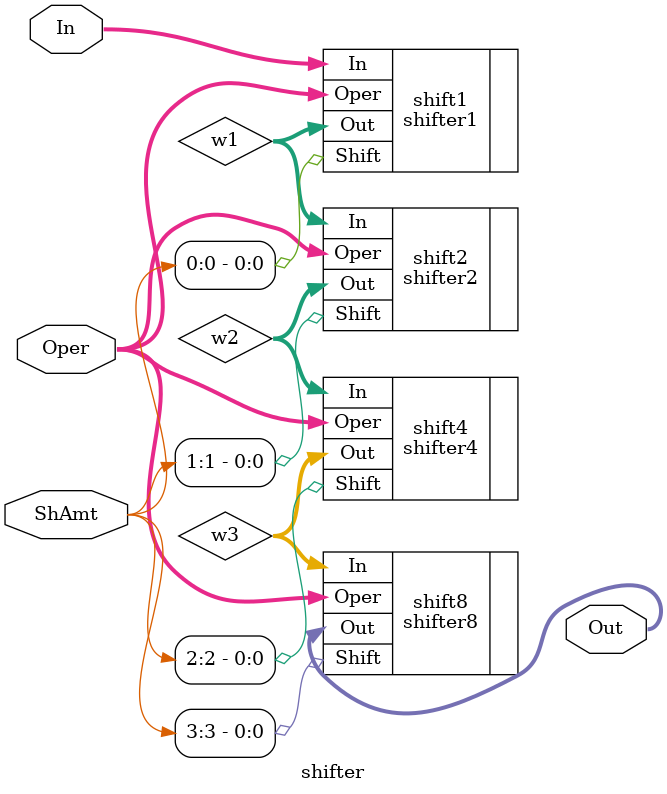
<source format=v>
/*
    CS/ECE 552 Spring '22
    Homework #2, Problem 1
    
    A barrel shifter module.  It is designed to shift a number via rotate
    left, shift left, shift right arithmetic, or shift right logical based
    on the 'Oper' value that is passed in.  It uses these
    shifts to shift the value any number of bits.
 */
module shifter (In, ShAmt, Oper, Out);

    // declare constant for size of inputs, outputs, and # bits to shift
    parameter OPERAND_WIDTH = 16;
    parameter SHAMT_WIDTH   =  4;
    parameter NUM_OPERATIONS = 2;

    input  [OPERAND_WIDTH -1:0] In   ; // Input operand
    input  [SHAMT_WIDTH   -1:0] ShAmt; // Amount to shift/rotate
    input  [NUM_OPERATIONS-1:0] Oper ; // Operation type
    output [OPERAND_WIDTH -1:0] Out  ; // Result of shift/rotate
    wire   [OPERAND_WIDTH -1:0] w1,w2,w3;

   /* YOUR CODE HERE */
   shifter1 shift1 (.In(In), .Shift(ShAmt[0]), .Oper(Oper), .Out(w1));
   shifter2 shift2 (.In(w1), .Shift(ShAmt[1]), .Oper(Oper), .Out(w2));
   shifter4 shift4 (.In(w2), .Shift(ShAmt[2]), .Oper(Oper), .Out(w3));
   shifter8 shift8 (.In(w3), .Shift(ShAmt[3]), .Oper(Oper), .Out(Out));
   
endmodule

</source>
